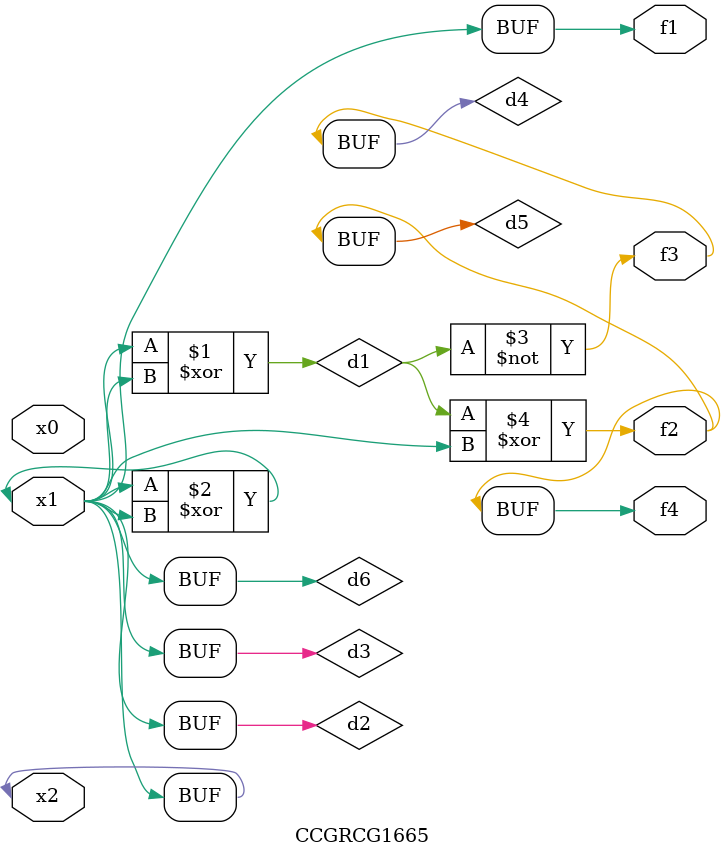
<source format=v>
module CCGRCG1665(
	input x0, x1, x2,
	output f1, f2, f3, f4
);

	wire d1, d2, d3, d4, d5, d6;

	xor (d1, x1, x2);
	buf (d2, x1, x2);
	xor (d3, x1, x2);
	nor (d4, d1);
	xor (d5, d1, d2);
	buf (d6, d2, d3);
	assign f1 = d6;
	assign f2 = d5;
	assign f3 = d4;
	assign f4 = d5;
endmodule

</source>
